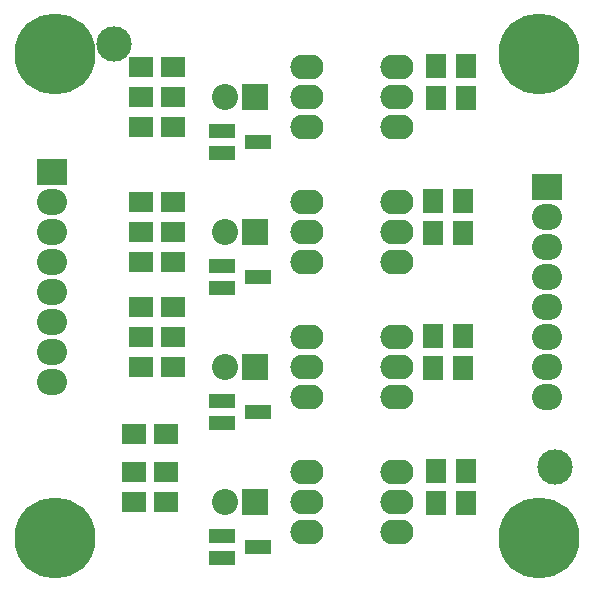
<source format=gbr>
G04 #@! TF.FileFunction,Soldermask,Top*
%FSLAX46Y46*%
G04 Gerber Fmt 4.6, Leading zero omitted, Abs format (unit mm)*
G04 Created by KiCad (PCBNEW 4.0.5) date 06/09/17 19:56:26*
%MOMM*%
%LPD*%
G01*
G04 APERTURE LIST*
%ADD10C,0.150000*%
%ADD11C,3.000000*%
%ADD12R,2.008000X1.808000*%
%ADD13R,1.808000X2.008000*%
%ADD14O,2.808000X2.108000*%
%ADD15R,2.308860X1.308100*%
%ADD16R,2.540000X2.235200*%
%ADD17O,2.540000X2.235200*%
%ADD18C,6.858000*%
%ADD19R,2.208000X2.208000*%
%ADD20O,2.208000X2.208000*%
G04 APERTURE END LIST*
D10*
D11*
X46355000Y-38989000D03*
X9017000Y-3175000D03*
D12*
X11350000Y-5080000D03*
X14050000Y-5080000D03*
D13*
X38862000Y-7700000D03*
X38862000Y-5000000D03*
D12*
X11350000Y-16510000D03*
X14050000Y-16510000D03*
D13*
X38608000Y-19130000D03*
X38608000Y-16430000D03*
D12*
X11350000Y-25400000D03*
X14050000Y-25400000D03*
D13*
X38608000Y-30560000D03*
X38608000Y-27860000D03*
D12*
X10715000Y-36195000D03*
X13415000Y-36195000D03*
D13*
X38862000Y-41990000D03*
X38862000Y-39290000D03*
D14*
X25340000Y-5090000D03*
X25340000Y-7630000D03*
X25340000Y-10170000D03*
X32960000Y-10170000D03*
X32960000Y-7630000D03*
X32960000Y-5090000D03*
X25340000Y-16520000D03*
X25340000Y-19060000D03*
X25340000Y-21600000D03*
X32960000Y-21600000D03*
X32960000Y-19060000D03*
X32960000Y-16520000D03*
X25400000Y-27940000D03*
X25400000Y-30480000D03*
X25400000Y-33020000D03*
X33020000Y-33020000D03*
X33020000Y-30480000D03*
X33020000Y-27940000D03*
X25340000Y-39380000D03*
X25340000Y-41920000D03*
X25340000Y-44460000D03*
X32960000Y-44460000D03*
X32960000Y-41920000D03*
X32960000Y-39380000D03*
D15*
X18183860Y-10480000D03*
X18183860Y-12380000D03*
X21186140Y-11430000D03*
X18183860Y-21910000D03*
X18183860Y-23810000D03*
X21186140Y-22860000D03*
X18183860Y-33340000D03*
X18183860Y-35240000D03*
X21186140Y-34290000D03*
X18183860Y-44770000D03*
X18183860Y-46670000D03*
X21186140Y-45720000D03*
D16*
X3750000Y-13980000D03*
D17*
X3750000Y-16520000D03*
X3750000Y-19060000D03*
X3750000Y-21600000D03*
X3750000Y-24140000D03*
X3750000Y-26680000D03*
X3750000Y-29220000D03*
X3750000Y-31760000D03*
D16*
X45660000Y-15250000D03*
D17*
X45660000Y-17790000D03*
X45660000Y-20330000D03*
X45660000Y-22870000D03*
X45660000Y-25410000D03*
X45660000Y-27950000D03*
X45660000Y-30490000D03*
X45660000Y-33030000D03*
D18*
X4000000Y-4000000D03*
X45000000Y-4000000D03*
X4000000Y-45000000D03*
X45000000Y-45000000D03*
D13*
X36322000Y-5000000D03*
X36322000Y-7700000D03*
X36068000Y-16430000D03*
X36068000Y-19130000D03*
X36068000Y-27860000D03*
X36068000Y-30560000D03*
X36322000Y-39290000D03*
X36322000Y-41990000D03*
D12*
X11350000Y-10160000D03*
X14050000Y-10160000D03*
X11350000Y-21590000D03*
X14050000Y-21590000D03*
X11350000Y-30480000D03*
X14050000Y-30480000D03*
X10715000Y-41910000D03*
X13415000Y-41910000D03*
D19*
X20955000Y-7620000D03*
D20*
X18415000Y-7620000D03*
D19*
X20955000Y-19050000D03*
D20*
X18415000Y-19050000D03*
D19*
X20955000Y-30480000D03*
D20*
X18415000Y-30480000D03*
D19*
X20955000Y-41910000D03*
D20*
X18415000Y-41910000D03*
D12*
X11350000Y-7620000D03*
X14050000Y-7620000D03*
X11350000Y-19050000D03*
X14050000Y-19050000D03*
X11350000Y-27940000D03*
X14050000Y-27940000D03*
X10715000Y-39370000D03*
X13415000Y-39370000D03*
M02*

</source>
